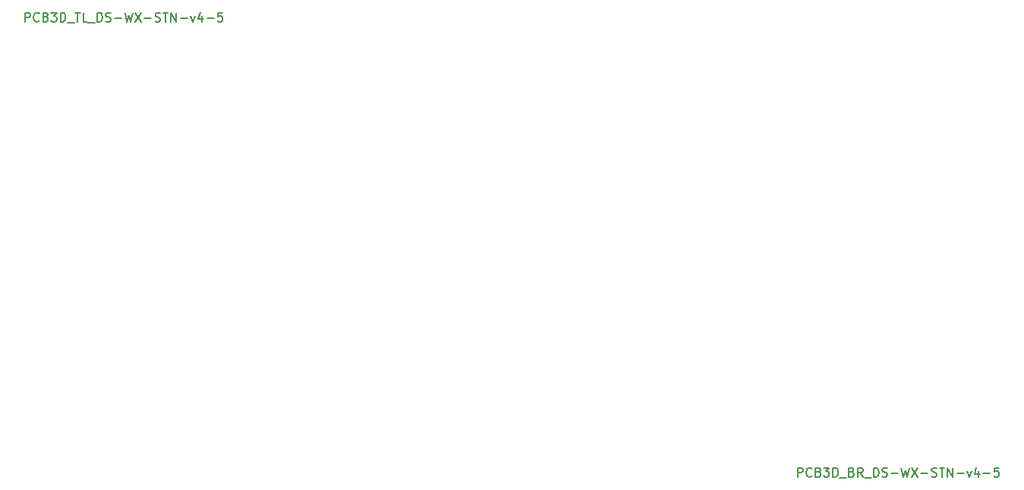
<source format=gbr>
%TF.GenerationSoftware,KiCad,Pcbnew,7.0.11*%
%TF.CreationDate,2024-02-23T21:27:37-05:00*%
%TF.ProjectId,destinationWeatherStation_r4-5,64657374-696e-4617-9469-6f6e57656174,03*%
%TF.SameCoordinates,Original*%
%TF.FileFunction,Other,Comment*%
%FSLAX46Y46*%
G04 Gerber Fmt 4.6, Leading zero omitted, Abs format (unit mm)*
G04 Created by KiCad (PCBNEW 7.0.11) date 2024-02-23 21:27:37*
%MOMM*%
%LPD*%
G01*
G04 APERTURE LIST*
%ADD10C,0.150000*%
G04 APERTURE END LIST*
D10*
X176866779Y-121789819D02*
X176866779Y-120789819D01*
X176866779Y-120789819D02*
X177247731Y-120789819D01*
X177247731Y-120789819D02*
X177342969Y-120837438D01*
X177342969Y-120837438D02*
X177390588Y-120885057D01*
X177390588Y-120885057D02*
X177438207Y-120980295D01*
X177438207Y-120980295D02*
X177438207Y-121123152D01*
X177438207Y-121123152D02*
X177390588Y-121218390D01*
X177390588Y-121218390D02*
X177342969Y-121266009D01*
X177342969Y-121266009D02*
X177247731Y-121313628D01*
X177247731Y-121313628D02*
X176866779Y-121313628D01*
X178438207Y-121694580D02*
X178390588Y-121742200D01*
X178390588Y-121742200D02*
X178247731Y-121789819D01*
X178247731Y-121789819D02*
X178152493Y-121789819D01*
X178152493Y-121789819D02*
X178009636Y-121742200D01*
X178009636Y-121742200D02*
X177914398Y-121646961D01*
X177914398Y-121646961D02*
X177866779Y-121551723D01*
X177866779Y-121551723D02*
X177819160Y-121361247D01*
X177819160Y-121361247D02*
X177819160Y-121218390D01*
X177819160Y-121218390D02*
X177866779Y-121027914D01*
X177866779Y-121027914D02*
X177914398Y-120932676D01*
X177914398Y-120932676D02*
X178009636Y-120837438D01*
X178009636Y-120837438D02*
X178152493Y-120789819D01*
X178152493Y-120789819D02*
X178247731Y-120789819D01*
X178247731Y-120789819D02*
X178390588Y-120837438D01*
X178390588Y-120837438D02*
X178438207Y-120885057D01*
X179200112Y-121266009D02*
X179342969Y-121313628D01*
X179342969Y-121313628D02*
X179390588Y-121361247D01*
X179390588Y-121361247D02*
X179438207Y-121456485D01*
X179438207Y-121456485D02*
X179438207Y-121599342D01*
X179438207Y-121599342D02*
X179390588Y-121694580D01*
X179390588Y-121694580D02*
X179342969Y-121742200D01*
X179342969Y-121742200D02*
X179247731Y-121789819D01*
X179247731Y-121789819D02*
X178866779Y-121789819D01*
X178866779Y-121789819D02*
X178866779Y-120789819D01*
X178866779Y-120789819D02*
X179200112Y-120789819D01*
X179200112Y-120789819D02*
X179295350Y-120837438D01*
X179295350Y-120837438D02*
X179342969Y-120885057D01*
X179342969Y-120885057D02*
X179390588Y-120980295D01*
X179390588Y-120980295D02*
X179390588Y-121075533D01*
X179390588Y-121075533D02*
X179342969Y-121170771D01*
X179342969Y-121170771D02*
X179295350Y-121218390D01*
X179295350Y-121218390D02*
X179200112Y-121266009D01*
X179200112Y-121266009D02*
X178866779Y-121266009D01*
X179771541Y-120789819D02*
X180390588Y-120789819D01*
X180390588Y-120789819D02*
X180057255Y-121170771D01*
X180057255Y-121170771D02*
X180200112Y-121170771D01*
X180200112Y-121170771D02*
X180295350Y-121218390D01*
X180295350Y-121218390D02*
X180342969Y-121266009D01*
X180342969Y-121266009D02*
X180390588Y-121361247D01*
X180390588Y-121361247D02*
X180390588Y-121599342D01*
X180390588Y-121599342D02*
X180342969Y-121694580D01*
X180342969Y-121694580D02*
X180295350Y-121742200D01*
X180295350Y-121742200D02*
X180200112Y-121789819D01*
X180200112Y-121789819D02*
X179914398Y-121789819D01*
X179914398Y-121789819D02*
X179819160Y-121742200D01*
X179819160Y-121742200D02*
X179771541Y-121694580D01*
X180819160Y-121789819D02*
X180819160Y-120789819D01*
X180819160Y-120789819D02*
X181057255Y-120789819D01*
X181057255Y-120789819D02*
X181200112Y-120837438D01*
X181200112Y-120837438D02*
X181295350Y-120932676D01*
X181295350Y-120932676D02*
X181342969Y-121027914D01*
X181342969Y-121027914D02*
X181390588Y-121218390D01*
X181390588Y-121218390D02*
X181390588Y-121361247D01*
X181390588Y-121361247D02*
X181342969Y-121551723D01*
X181342969Y-121551723D02*
X181295350Y-121646961D01*
X181295350Y-121646961D02*
X181200112Y-121742200D01*
X181200112Y-121742200D02*
X181057255Y-121789819D01*
X181057255Y-121789819D02*
X180819160Y-121789819D01*
X181581065Y-121885057D02*
X182342969Y-121885057D01*
X182914398Y-121266009D02*
X183057255Y-121313628D01*
X183057255Y-121313628D02*
X183104874Y-121361247D01*
X183104874Y-121361247D02*
X183152493Y-121456485D01*
X183152493Y-121456485D02*
X183152493Y-121599342D01*
X183152493Y-121599342D02*
X183104874Y-121694580D01*
X183104874Y-121694580D02*
X183057255Y-121742200D01*
X183057255Y-121742200D02*
X182962017Y-121789819D01*
X182962017Y-121789819D02*
X182581065Y-121789819D01*
X182581065Y-121789819D02*
X182581065Y-120789819D01*
X182581065Y-120789819D02*
X182914398Y-120789819D01*
X182914398Y-120789819D02*
X183009636Y-120837438D01*
X183009636Y-120837438D02*
X183057255Y-120885057D01*
X183057255Y-120885057D02*
X183104874Y-120980295D01*
X183104874Y-120980295D02*
X183104874Y-121075533D01*
X183104874Y-121075533D02*
X183057255Y-121170771D01*
X183057255Y-121170771D02*
X183009636Y-121218390D01*
X183009636Y-121218390D02*
X182914398Y-121266009D01*
X182914398Y-121266009D02*
X182581065Y-121266009D01*
X184152493Y-121789819D02*
X183819160Y-121313628D01*
X183581065Y-121789819D02*
X183581065Y-120789819D01*
X183581065Y-120789819D02*
X183962017Y-120789819D01*
X183962017Y-120789819D02*
X184057255Y-120837438D01*
X184057255Y-120837438D02*
X184104874Y-120885057D01*
X184104874Y-120885057D02*
X184152493Y-120980295D01*
X184152493Y-120980295D02*
X184152493Y-121123152D01*
X184152493Y-121123152D02*
X184104874Y-121218390D01*
X184104874Y-121218390D02*
X184057255Y-121266009D01*
X184057255Y-121266009D02*
X183962017Y-121313628D01*
X183962017Y-121313628D02*
X183581065Y-121313628D01*
X184342970Y-121885057D02*
X185104874Y-121885057D01*
X185342970Y-121789819D02*
X185342970Y-120789819D01*
X185342970Y-120789819D02*
X185581065Y-120789819D01*
X185581065Y-120789819D02*
X185723922Y-120837438D01*
X185723922Y-120837438D02*
X185819160Y-120932676D01*
X185819160Y-120932676D02*
X185866779Y-121027914D01*
X185866779Y-121027914D02*
X185914398Y-121218390D01*
X185914398Y-121218390D02*
X185914398Y-121361247D01*
X185914398Y-121361247D02*
X185866779Y-121551723D01*
X185866779Y-121551723D02*
X185819160Y-121646961D01*
X185819160Y-121646961D02*
X185723922Y-121742200D01*
X185723922Y-121742200D02*
X185581065Y-121789819D01*
X185581065Y-121789819D02*
X185342970Y-121789819D01*
X186295351Y-121742200D02*
X186438208Y-121789819D01*
X186438208Y-121789819D02*
X186676303Y-121789819D01*
X186676303Y-121789819D02*
X186771541Y-121742200D01*
X186771541Y-121742200D02*
X186819160Y-121694580D01*
X186819160Y-121694580D02*
X186866779Y-121599342D01*
X186866779Y-121599342D02*
X186866779Y-121504104D01*
X186866779Y-121504104D02*
X186819160Y-121408866D01*
X186819160Y-121408866D02*
X186771541Y-121361247D01*
X186771541Y-121361247D02*
X186676303Y-121313628D01*
X186676303Y-121313628D02*
X186485827Y-121266009D01*
X186485827Y-121266009D02*
X186390589Y-121218390D01*
X186390589Y-121218390D02*
X186342970Y-121170771D01*
X186342970Y-121170771D02*
X186295351Y-121075533D01*
X186295351Y-121075533D02*
X186295351Y-120980295D01*
X186295351Y-120980295D02*
X186342970Y-120885057D01*
X186342970Y-120885057D02*
X186390589Y-120837438D01*
X186390589Y-120837438D02*
X186485827Y-120789819D01*
X186485827Y-120789819D02*
X186723922Y-120789819D01*
X186723922Y-120789819D02*
X186866779Y-120837438D01*
X187295351Y-121408866D02*
X188057256Y-121408866D01*
X188438208Y-120789819D02*
X188676303Y-121789819D01*
X188676303Y-121789819D02*
X188866779Y-121075533D01*
X188866779Y-121075533D02*
X189057255Y-121789819D01*
X189057255Y-121789819D02*
X189295351Y-120789819D01*
X189581065Y-120789819D02*
X190247731Y-121789819D01*
X190247731Y-120789819D02*
X189581065Y-121789819D01*
X190628684Y-121408866D02*
X191390589Y-121408866D01*
X191819160Y-121742200D02*
X191962017Y-121789819D01*
X191962017Y-121789819D02*
X192200112Y-121789819D01*
X192200112Y-121789819D02*
X192295350Y-121742200D01*
X192295350Y-121742200D02*
X192342969Y-121694580D01*
X192342969Y-121694580D02*
X192390588Y-121599342D01*
X192390588Y-121599342D02*
X192390588Y-121504104D01*
X192390588Y-121504104D02*
X192342969Y-121408866D01*
X192342969Y-121408866D02*
X192295350Y-121361247D01*
X192295350Y-121361247D02*
X192200112Y-121313628D01*
X192200112Y-121313628D02*
X192009636Y-121266009D01*
X192009636Y-121266009D02*
X191914398Y-121218390D01*
X191914398Y-121218390D02*
X191866779Y-121170771D01*
X191866779Y-121170771D02*
X191819160Y-121075533D01*
X191819160Y-121075533D02*
X191819160Y-120980295D01*
X191819160Y-120980295D02*
X191866779Y-120885057D01*
X191866779Y-120885057D02*
X191914398Y-120837438D01*
X191914398Y-120837438D02*
X192009636Y-120789819D01*
X192009636Y-120789819D02*
X192247731Y-120789819D01*
X192247731Y-120789819D02*
X192390588Y-120837438D01*
X192676303Y-120789819D02*
X193247731Y-120789819D01*
X192962017Y-121789819D02*
X192962017Y-120789819D01*
X193581065Y-121789819D02*
X193581065Y-120789819D01*
X193581065Y-120789819D02*
X194152493Y-121789819D01*
X194152493Y-121789819D02*
X194152493Y-120789819D01*
X194628684Y-121408866D02*
X195390589Y-121408866D01*
X195771541Y-121123152D02*
X196009636Y-121789819D01*
X196009636Y-121789819D02*
X196247731Y-121123152D01*
X197057255Y-121123152D02*
X197057255Y-121789819D01*
X196819160Y-120742200D02*
X196581065Y-121456485D01*
X196581065Y-121456485D02*
X197200112Y-121456485D01*
X197581065Y-121408866D02*
X198342970Y-121408866D01*
X199295350Y-120789819D02*
X198819160Y-120789819D01*
X198819160Y-120789819D02*
X198771541Y-121266009D01*
X198771541Y-121266009D02*
X198819160Y-121218390D01*
X198819160Y-121218390D02*
X198914398Y-121170771D01*
X198914398Y-121170771D02*
X199152493Y-121170771D01*
X199152493Y-121170771D02*
X199247731Y-121218390D01*
X199247731Y-121218390D02*
X199295350Y-121266009D01*
X199295350Y-121266009D02*
X199342969Y-121361247D01*
X199342969Y-121361247D02*
X199342969Y-121599342D01*
X199342969Y-121599342D02*
X199295350Y-121694580D01*
X199295350Y-121694580D02*
X199247731Y-121742200D01*
X199247731Y-121742200D02*
X199152493Y-121789819D01*
X199152493Y-121789819D02*
X198914398Y-121789819D01*
X198914398Y-121789819D02*
X198819160Y-121742200D01*
X198819160Y-121742200D02*
X198771541Y-121694580D01*
X90693220Y-70989819D02*
X90693220Y-69989819D01*
X90693220Y-69989819D02*
X91074172Y-69989819D01*
X91074172Y-69989819D02*
X91169410Y-70037438D01*
X91169410Y-70037438D02*
X91217029Y-70085057D01*
X91217029Y-70085057D02*
X91264648Y-70180295D01*
X91264648Y-70180295D02*
X91264648Y-70323152D01*
X91264648Y-70323152D02*
X91217029Y-70418390D01*
X91217029Y-70418390D02*
X91169410Y-70466009D01*
X91169410Y-70466009D02*
X91074172Y-70513628D01*
X91074172Y-70513628D02*
X90693220Y-70513628D01*
X92264648Y-70894580D02*
X92217029Y-70942200D01*
X92217029Y-70942200D02*
X92074172Y-70989819D01*
X92074172Y-70989819D02*
X91978934Y-70989819D01*
X91978934Y-70989819D02*
X91836077Y-70942200D01*
X91836077Y-70942200D02*
X91740839Y-70846961D01*
X91740839Y-70846961D02*
X91693220Y-70751723D01*
X91693220Y-70751723D02*
X91645601Y-70561247D01*
X91645601Y-70561247D02*
X91645601Y-70418390D01*
X91645601Y-70418390D02*
X91693220Y-70227914D01*
X91693220Y-70227914D02*
X91740839Y-70132676D01*
X91740839Y-70132676D02*
X91836077Y-70037438D01*
X91836077Y-70037438D02*
X91978934Y-69989819D01*
X91978934Y-69989819D02*
X92074172Y-69989819D01*
X92074172Y-69989819D02*
X92217029Y-70037438D01*
X92217029Y-70037438D02*
X92264648Y-70085057D01*
X93026553Y-70466009D02*
X93169410Y-70513628D01*
X93169410Y-70513628D02*
X93217029Y-70561247D01*
X93217029Y-70561247D02*
X93264648Y-70656485D01*
X93264648Y-70656485D02*
X93264648Y-70799342D01*
X93264648Y-70799342D02*
X93217029Y-70894580D01*
X93217029Y-70894580D02*
X93169410Y-70942200D01*
X93169410Y-70942200D02*
X93074172Y-70989819D01*
X93074172Y-70989819D02*
X92693220Y-70989819D01*
X92693220Y-70989819D02*
X92693220Y-69989819D01*
X92693220Y-69989819D02*
X93026553Y-69989819D01*
X93026553Y-69989819D02*
X93121791Y-70037438D01*
X93121791Y-70037438D02*
X93169410Y-70085057D01*
X93169410Y-70085057D02*
X93217029Y-70180295D01*
X93217029Y-70180295D02*
X93217029Y-70275533D01*
X93217029Y-70275533D02*
X93169410Y-70370771D01*
X93169410Y-70370771D02*
X93121791Y-70418390D01*
X93121791Y-70418390D02*
X93026553Y-70466009D01*
X93026553Y-70466009D02*
X92693220Y-70466009D01*
X93597982Y-69989819D02*
X94217029Y-69989819D01*
X94217029Y-69989819D02*
X93883696Y-70370771D01*
X93883696Y-70370771D02*
X94026553Y-70370771D01*
X94026553Y-70370771D02*
X94121791Y-70418390D01*
X94121791Y-70418390D02*
X94169410Y-70466009D01*
X94169410Y-70466009D02*
X94217029Y-70561247D01*
X94217029Y-70561247D02*
X94217029Y-70799342D01*
X94217029Y-70799342D02*
X94169410Y-70894580D01*
X94169410Y-70894580D02*
X94121791Y-70942200D01*
X94121791Y-70942200D02*
X94026553Y-70989819D01*
X94026553Y-70989819D02*
X93740839Y-70989819D01*
X93740839Y-70989819D02*
X93645601Y-70942200D01*
X93645601Y-70942200D02*
X93597982Y-70894580D01*
X94645601Y-70989819D02*
X94645601Y-69989819D01*
X94645601Y-69989819D02*
X94883696Y-69989819D01*
X94883696Y-69989819D02*
X95026553Y-70037438D01*
X95026553Y-70037438D02*
X95121791Y-70132676D01*
X95121791Y-70132676D02*
X95169410Y-70227914D01*
X95169410Y-70227914D02*
X95217029Y-70418390D01*
X95217029Y-70418390D02*
X95217029Y-70561247D01*
X95217029Y-70561247D02*
X95169410Y-70751723D01*
X95169410Y-70751723D02*
X95121791Y-70846961D01*
X95121791Y-70846961D02*
X95026553Y-70942200D01*
X95026553Y-70942200D02*
X94883696Y-70989819D01*
X94883696Y-70989819D02*
X94645601Y-70989819D01*
X95407506Y-71085057D02*
X96169410Y-71085057D01*
X96264649Y-69989819D02*
X96836077Y-69989819D01*
X96550363Y-70989819D02*
X96550363Y-69989819D01*
X97645601Y-70989819D02*
X97169411Y-70989819D01*
X97169411Y-70989819D02*
X97169411Y-69989819D01*
X97740840Y-71085057D02*
X98502744Y-71085057D01*
X98740840Y-70989819D02*
X98740840Y-69989819D01*
X98740840Y-69989819D02*
X98978935Y-69989819D01*
X98978935Y-69989819D02*
X99121792Y-70037438D01*
X99121792Y-70037438D02*
X99217030Y-70132676D01*
X99217030Y-70132676D02*
X99264649Y-70227914D01*
X99264649Y-70227914D02*
X99312268Y-70418390D01*
X99312268Y-70418390D02*
X99312268Y-70561247D01*
X99312268Y-70561247D02*
X99264649Y-70751723D01*
X99264649Y-70751723D02*
X99217030Y-70846961D01*
X99217030Y-70846961D02*
X99121792Y-70942200D01*
X99121792Y-70942200D02*
X98978935Y-70989819D01*
X98978935Y-70989819D02*
X98740840Y-70989819D01*
X99693221Y-70942200D02*
X99836078Y-70989819D01*
X99836078Y-70989819D02*
X100074173Y-70989819D01*
X100074173Y-70989819D02*
X100169411Y-70942200D01*
X100169411Y-70942200D02*
X100217030Y-70894580D01*
X100217030Y-70894580D02*
X100264649Y-70799342D01*
X100264649Y-70799342D02*
X100264649Y-70704104D01*
X100264649Y-70704104D02*
X100217030Y-70608866D01*
X100217030Y-70608866D02*
X100169411Y-70561247D01*
X100169411Y-70561247D02*
X100074173Y-70513628D01*
X100074173Y-70513628D02*
X99883697Y-70466009D01*
X99883697Y-70466009D02*
X99788459Y-70418390D01*
X99788459Y-70418390D02*
X99740840Y-70370771D01*
X99740840Y-70370771D02*
X99693221Y-70275533D01*
X99693221Y-70275533D02*
X99693221Y-70180295D01*
X99693221Y-70180295D02*
X99740840Y-70085057D01*
X99740840Y-70085057D02*
X99788459Y-70037438D01*
X99788459Y-70037438D02*
X99883697Y-69989819D01*
X99883697Y-69989819D02*
X100121792Y-69989819D01*
X100121792Y-69989819D02*
X100264649Y-70037438D01*
X100693221Y-70608866D02*
X101455126Y-70608866D01*
X101836078Y-69989819D02*
X102074173Y-70989819D01*
X102074173Y-70989819D02*
X102264649Y-70275533D01*
X102264649Y-70275533D02*
X102455125Y-70989819D01*
X102455125Y-70989819D02*
X102693221Y-69989819D01*
X102978935Y-69989819D02*
X103645601Y-70989819D01*
X103645601Y-69989819D02*
X102978935Y-70989819D01*
X104026554Y-70608866D02*
X104788459Y-70608866D01*
X105217030Y-70942200D02*
X105359887Y-70989819D01*
X105359887Y-70989819D02*
X105597982Y-70989819D01*
X105597982Y-70989819D02*
X105693220Y-70942200D01*
X105693220Y-70942200D02*
X105740839Y-70894580D01*
X105740839Y-70894580D02*
X105788458Y-70799342D01*
X105788458Y-70799342D02*
X105788458Y-70704104D01*
X105788458Y-70704104D02*
X105740839Y-70608866D01*
X105740839Y-70608866D02*
X105693220Y-70561247D01*
X105693220Y-70561247D02*
X105597982Y-70513628D01*
X105597982Y-70513628D02*
X105407506Y-70466009D01*
X105407506Y-70466009D02*
X105312268Y-70418390D01*
X105312268Y-70418390D02*
X105264649Y-70370771D01*
X105264649Y-70370771D02*
X105217030Y-70275533D01*
X105217030Y-70275533D02*
X105217030Y-70180295D01*
X105217030Y-70180295D02*
X105264649Y-70085057D01*
X105264649Y-70085057D02*
X105312268Y-70037438D01*
X105312268Y-70037438D02*
X105407506Y-69989819D01*
X105407506Y-69989819D02*
X105645601Y-69989819D01*
X105645601Y-69989819D02*
X105788458Y-70037438D01*
X106074173Y-69989819D02*
X106645601Y-69989819D01*
X106359887Y-70989819D02*
X106359887Y-69989819D01*
X106978935Y-70989819D02*
X106978935Y-69989819D01*
X106978935Y-69989819D02*
X107550363Y-70989819D01*
X107550363Y-70989819D02*
X107550363Y-69989819D01*
X108026554Y-70608866D02*
X108788459Y-70608866D01*
X109169411Y-70323152D02*
X109407506Y-70989819D01*
X109407506Y-70989819D02*
X109645601Y-70323152D01*
X110455125Y-70323152D02*
X110455125Y-70989819D01*
X110217030Y-69942200D02*
X109978935Y-70656485D01*
X109978935Y-70656485D02*
X110597982Y-70656485D01*
X110978935Y-70608866D02*
X111740840Y-70608866D01*
X112693220Y-69989819D02*
X112217030Y-69989819D01*
X112217030Y-69989819D02*
X112169411Y-70466009D01*
X112169411Y-70466009D02*
X112217030Y-70418390D01*
X112217030Y-70418390D02*
X112312268Y-70370771D01*
X112312268Y-70370771D02*
X112550363Y-70370771D01*
X112550363Y-70370771D02*
X112645601Y-70418390D01*
X112645601Y-70418390D02*
X112693220Y-70466009D01*
X112693220Y-70466009D02*
X112740839Y-70561247D01*
X112740839Y-70561247D02*
X112740839Y-70799342D01*
X112740839Y-70799342D02*
X112693220Y-70894580D01*
X112693220Y-70894580D02*
X112645601Y-70942200D01*
X112645601Y-70942200D02*
X112550363Y-70989819D01*
X112550363Y-70989819D02*
X112312268Y-70989819D01*
X112312268Y-70989819D02*
X112217030Y-70942200D01*
X112217030Y-70942200D02*
X112169411Y-70894580D01*
M02*

</source>
